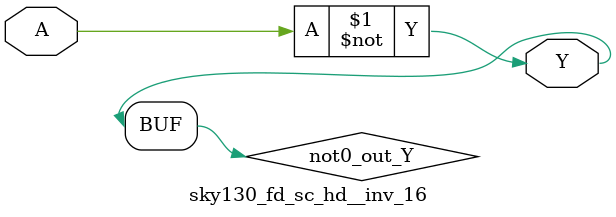
<source format=v>
/*
 * Copyright 2020 The SkyWater PDK Authors
 *
 * Licensed under the Apache License, Version 2.0 (the "License");
 * you may not use this file except in compliance with the License.
 * You may obtain a copy of the License at
 *
 *     https://www.apache.org/licenses/LICENSE-2.0
 *
 * Unless required by applicable law or agreed to in writing, software
 * distributed under the License is distributed on an "AS IS" BASIS,
 * WITHOUT WARRANTIES OR CONDITIONS OF ANY KIND, either express or implied.
 * See the License for the specific language governing permissions and
 * limitations under the License.
 *
 * SPDX-License-Identifier: Apache-2.0
*/


`ifndef SKY130_FD_SC_HD__INV_16_FUNCTIONAL_V
`define SKY130_FD_SC_HD__INV_16_FUNCTIONAL_V

/**
 * inv: Inverter.
 *
 * Verilog simulation functional model.
 */

`timescale 1ns / 1ps
`default_nettype none

`celldefine
module sky130_fd_sc_hd__inv_16 (
    Y,
    A
);

    // Module ports
    output Y;
    input  A;

    // Local signals
    wire not0_out_Y;

    //  Name  Output      Other arguments
    not not0 (not0_out_Y, A              );
    buf buf0 (Y         , not0_out_Y     );

endmodule
`endcelldefine

`default_nettype wire
`endif  // SKY130_FD_SC_HD__INV_16_FUNCTIONAL_V

</source>
